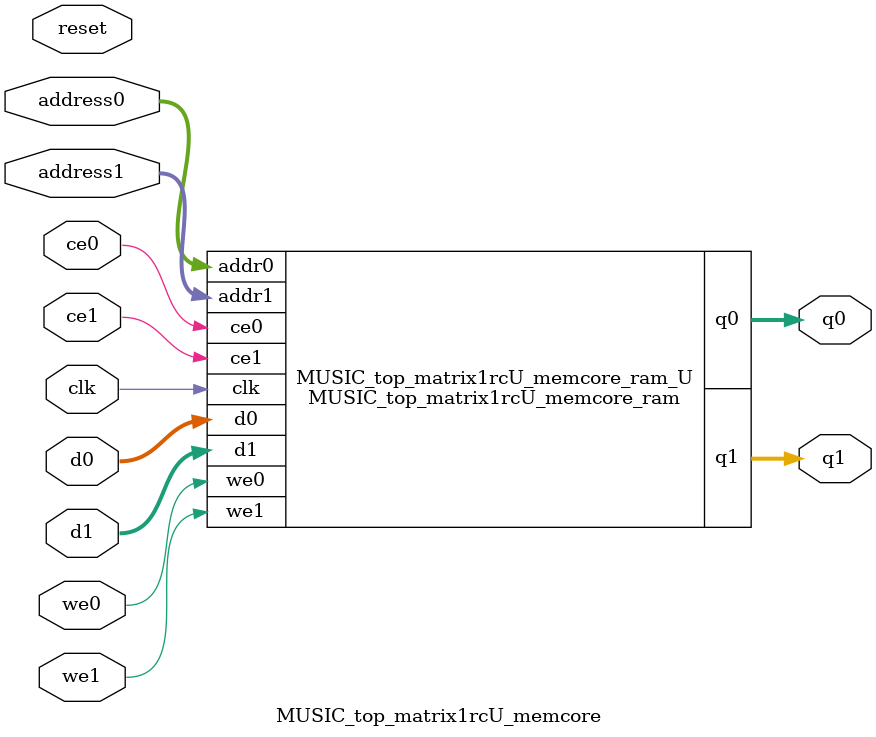
<source format=v>
`timescale 1 ns / 1 ps
module MUSIC_top_matrix1rcU_memcore_ram (addr0, ce0, d0, we0, q0, addr1, ce1, d1, we1, q1,  clk);

parameter DWIDTH = 64;
parameter AWIDTH = 15;
parameter MEM_SIZE = 20000;

input[AWIDTH-1:0] addr0;
input ce0;
input[DWIDTH-1:0] d0;
input we0;
output reg[DWIDTH-1:0] q0;
input[AWIDTH-1:0] addr1;
input ce1;
input[DWIDTH-1:0] d1;
input we1;
output reg[DWIDTH-1:0] q1;
input clk;

(* ram_style = "block" *)reg [DWIDTH-1:0] ram[0:MEM_SIZE-1];




always @(posedge clk)  
begin 
    if (ce0) 
    begin
        if (we0) 
        begin 
            ram[addr0] <= d0; 
        end 
        q0 <= ram[addr0];
    end
end


always @(posedge clk)  
begin 
    if (ce1) 
    begin
        if (we1) 
        begin 
            ram[addr1] <= d1; 
        end 
        q1 <= ram[addr1];
    end
end


endmodule

`timescale 1 ns / 1 ps
module MUSIC_top_matrix1rcU_memcore(
    reset,
    clk,
    address0,
    ce0,
    we0,
    d0,
    q0,
    address1,
    ce1,
    we1,
    d1,
    q1);

parameter DataWidth = 32'd64;
parameter AddressRange = 32'd20000;
parameter AddressWidth = 32'd15;
input reset;
input clk;
input[AddressWidth - 1:0] address0;
input ce0;
input we0;
input[DataWidth - 1:0] d0;
output[DataWidth - 1:0] q0;
input[AddressWidth - 1:0] address1;
input ce1;
input we1;
input[DataWidth - 1:0] d1;
output[DataWidth - 1:0] q1;



MUSIC_top_matrix1rcU_memcore_ram MUSIC_top_matrix1rcU_memcore_ram_U(
    .clk( clk ),
    .addr0( address0 ),
    .ce0( ce0 ),
    .we0( we0 ),
    .d0( d0 ),
    .q0( q0 ),
    .addr1( address1 ),
    .ce1( ce1 ),
    .we1( we1 ),
    .d1( d1 ),
    .q1( q1 ));

endmodule


</source>
